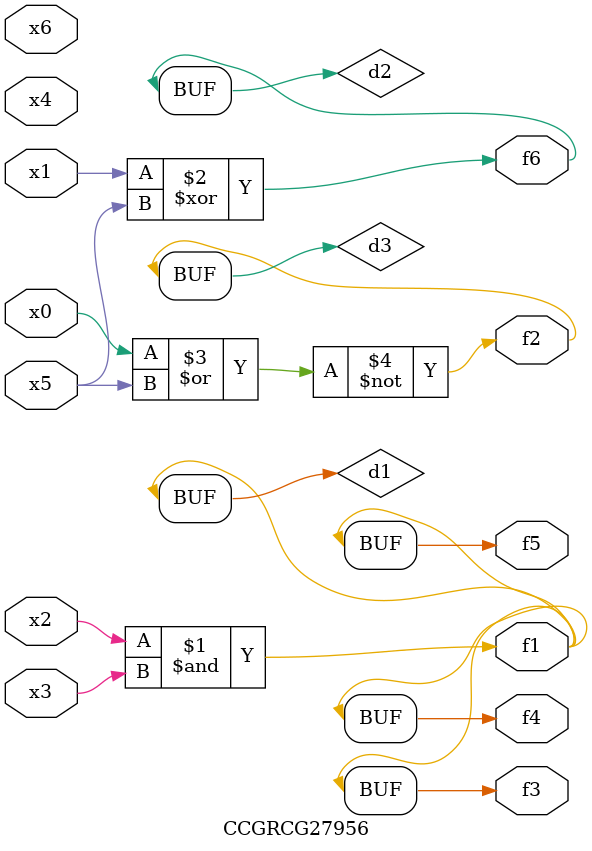
<source format=v>
module CCGRCG27956(
	input x0, x1, x2, x3, x4, x5, x6,
	output f1, f2, f3, f4, f5, f6
);

	wire d1, d2, d3;

	and (d1, x2, x3);
	xor (d2, x1, x5);
	nor (d3, x0, x5);
	assign f1 = d1;
	assign f2 = d3;
	assign f3 = d1;
	assign f4 = d1;
	assign f5 = d1;
	assign f6 = d2;
endmodule

</source>
